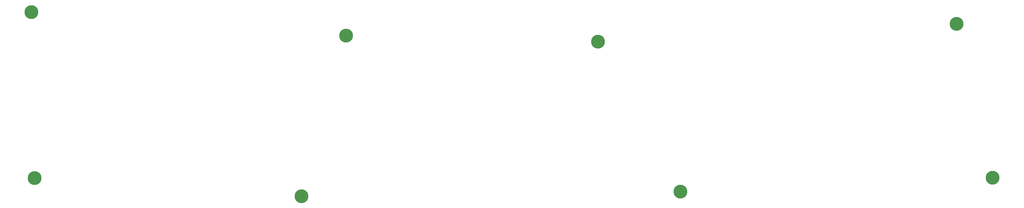
<source format=gbr>
%TF.GenerationSoftware,KiCad,Pcbnew,(5.99.0-9519-ga70106a3bd)*%
%TF.CreationDate,2021-03-14T20:33:52-05:00*%
%TF.ProjectId,Plate,506c6174-652e-46b6-9963-61645f706362,rev?*%
%TF.SameCoordinates,Original*%
%TF.FileFunction,Soldermask,Top*%
%TF.FilePolarity,Negative*%
%FSLAX46Y46*%
G04 Gerber Fmt 4.6, Leading zero omitted, Abs format (unit mm)*
G04 Created by KiCad (PCBNEW (5.99.0-9519-ga70106a3bd)) date 2021-03-14 20:33:52*
%MOMM*%
%LPD*%
G01*
G04 APERTURE LIST*
%ADD10C,3.300000*%
G04 APERTURE END LIST*
D10*
%TO.C,H6*%
X93640000Y-98260000D03*
%TD*%
%TO.C,H1*%
X29560000Y-54490000D03*
%TD*%
%TO.C,H3*%
X249120000Y-57330000D03*
%TD*%
%TO.C,H5*%
X104260000Y-60150000D03*
%TD*%
%TO.C,H7*%
X183580000Y-97160000D03*
%TD*%
%TO.C,H4*%
X257680000Y-93860000D03*
%TD*%
%TO.C,H8*%
X164000000Y-61520000D03*
%TD*%
%TO.C,H2*%
X30300000Y-93960000D03*
%TD*%
M02*

</source>
